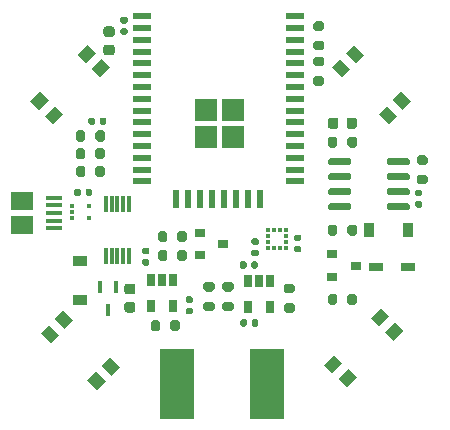
<source format=gtp>
G04 #@! TF.GenerationSoftware,KiCad,Pcbnew,(5.1.10)-1*
G04 #@! TF.CreationDate,2021-08-15T15:57:37-07:00*
G04 #@! TF.ProjectId,esp32-smartwatch,65737033-322d-4736-9d61-727477617463,rev?*
G04 #@! TF.SameCoordinates,Original*
G04 #@! TF.FileFunction,Paste,Top*
G04 #@! TF.FilePolarity,Positive*
%FSLAX46Y46*%
G04 Gerber Fmt 4.6, Leading zero omitted, Abs format (unit mm)*
G04 Created by KiCad (PCBNEW (5.1.10)-1) date 2021-08-15 15:57:37*
%MOMM*%
%LPD*%
G01*
G04 APERTURE LIST*
%ADD10C,0.010000*%
%ADD11C,0.100000*%
%ADD12R,0.300000X1.400000*%
%ADD13R,3.000000X6.000000*%
%ADD14R,0.600000X1.524000*%
%ADD15R,1.524000X0.600000*%
%ADD16R,0.650000X1.060000*%
%ADD17R,0.450000X0.300000*%
%ADD18C,2.000000*%
%ADD19R,0.900000X0.800000*%
%ADD20R,0.457200X1.016000*%
%ADD21R,0.406400X1.016000*%
%ADD22R,1.143000X0.762000*%
%ADD23R,1.900000X1.500000*%
%ADD24R,1.350000X0.400000*%
%ADD25R,0.900000X1.200000*%
%ADD26R,1.200000X0.900000*%
G04 APERTURE END LIST*
D10*
G36*
X172900000Y-90750000D02*
G01*
X173150000Y-90750000D01*
X173150000Y-91050000D01*
X172900000Y-91050000D01*
X172900000Y-90750000D01*
G37*
X172900000Y-90750000D02*
X173150000Y-90750000D01*
X173150000Y-91050000D01*
X172900000Y-91050000D01*
X172900000Y-90750000D01*
G36*
X172900000Y-91250000D02*
G01*
X173150000Y-91250000D01*
X173150000Y-91550000D01*
X172900000Y-91550000D01*
X172900000Y-91250000D01*
G37*
X172900000Y-91250000D02*
X173150000Y-91250000D01*
X173150000Y-91550000D01*
X172900000Y-91550000D01*
X172900000Y-91250000D01*
G36*
X173400000Y-91800000D02*
G01*
X173700000Y-91800000D01*
X173700000Y-92050000D01*
X173400000Y-92050000D01*
X173400000Y-91800000D01*
G37*
X173400000Y-91800000D02*
X173700000Y-91800000D01*
X173700000Y-92050000D01*
X173400000Y-92050000D01*
X173400000Y-91800000D01*
G36*
X173900000Y-91800000D02*
G01*
X174200000Y-91800000D01*
X174200000Y-92050000D01*
X173900000Y-92050000D01*
X173900000Y-91800000D01*
G37*
X173900000Y-91800000D02*
X174200000Y-91800000D01*
X174200000Y-92050000D01*
X173900000Y-92050000D01*
X173900000Y-91800000D01*
G36*
X173900000Y-90250000D02*
G01*
X174200000Y-90250000D01*
X174200000Y-90500000D01*
X173900000Y-90500000D01*
X173900000Y-90250000D01*
G37*
X173900000Y-90250000D02*
X174200000Y-90250000D01*
X174200000Y-90500000D01*
X173900000Y-90500000D01*
X173900000Y-90250000D01*
G36*
X173400000Y-90250000D02*
G01*
X173700000Y-90250000D01*
X173700000Y-90500000D01*
X173400000Y-90500000D01*
X173400000Y-90250000D01*
G37*
X173400000Y-90250000D02*
X173700000Y-90250000D01*
X173700000Y-90500000D01*
X173400000Y-90500000D01*
X173400000Y-90250000D01*
G36*
X174450000Y-90750000D02*
G01*
X174700000Y-90750000D01*
X174700000Y-91050000D01*
X174450000Y-91050000D01*
X174450000Y-90750000D01*
G37*
X174450000Y-90750000D02*
X174700000Y-90750000D01*
X174700000Y-91050000D01*
X174450000Y-91050000D01*
X174450000Y-90750000D01*
G36*
X174450000Y-91250000D02*
G01*
X174700000Y-91250000D01*
X174700000Y-91550000D01*
X174450000Y-91550000D01*
X174450000Y-91250000D01*
G37*
X174450000Y-91250000D02*
X174700000Y-91250000D01*
X174700000Y-91550000D01*
X174450000Y-91550000D01*
X174450000Y-91250000D01*
G36*
X172900000Y-90250000D02*
G01*
X173150000Y-90250000D01*
X173150000Y-90550000D01*
X172900000Y-90550000D01*
X172900000Y-90250000D01*
G37*
X172900000Y-90250000D02*
X173150000Y-90250000D01*
X173150000Y-90550000D01*
X172900000Y-90550000D01*
X172900000Y-90250000D01*
G36*
X172900000Y-91750000D02*
G01*
X173150000Y-91750000D01*
X173150000Y-92050000D01*
X172900000Y-92050000D01*
X172900000Y-91750000D01*
G37*
X172900000Y-91750000D02*
X173150000Y-91750000D01*
X173150000Y-92050000D01*
X172900000Y-92050000D01*
X172900000Y-91750000D01*
G36*
X174450000Y-91750000D02*
G01*
X174700000Y-91750000D01*
X174700000Y-92050000D01*
X174450000Y-92050000D01*
X174450000Y-91750000D01*
G37*
X174450000Y-91750000D02*
X174700000Y-91750000D01*
X174700000Y-92050000D01*
X174450000Y-92050000D01*
X174450000Y-91750000D01*
G36*
X174450000Y-90250000D02*
G01*
X174700000Y-90250000D01*
X174700000Y-90550000D01*
X174450000Y-90550000D01*
X174450000Y-90250000D01*
G37*
X174450000Y-90250000D02*
X174700000Y-90250000D01*
X174700000Y-90550000D01*
X174450000Y-90550000D01*
X174450000Y-90250000D01*
D11*
G36*
X168700000Y-83425000D02*
G01*
X166900000Y-83425000D01*
X166900000Y-81625000D01*
X168700000Y-81625000D01*
X168700000Y-83425000D01*
G37*
X168700000Y-83425000D02*
X166900000Y-83425000D01*
X166900000Y-81625000D01*
X168700000Y-81625000D01*
X168700000Y-83425000D01*
G36*
X171000000Y-83425000D02*
G01*
X169200000Y-83425000D01*
X169200000Y-81625000D01*
X171000000Y-81625000D01*
X171000000Y-83425000D01*
G37*
X171000000Y-83425000D02*
X169200000Y-83425000D01*
X169200000Y-81625000D01*
X171000000Y-81625000D01*
X171000000Y-83425000D01*
G36*
X171000000Y-81125000D02*
G01*
X169200000Y-81125000D01*
X169200000Y-79325000D01*
X171000000Y-79325000D01*
X171000000Y-81125000D01*
G37*
X171000000Y-81125000D02*
X169200000Y-81125000D01*
X169200000Y-79325000D01*
X171000000Y-79325000D01*
X171000000Y-81125000D01*
G36*
X168700000Y-81125000D02*
G01*
X166900000Y-81125000D01*
X166900000Y-79325000D01*
X168700000Y-79325000D01*
X168700000Y-81125000D01*
G37*
X168700000Y-81125000D02*
X166900000Y-81125000D01*
X166900000Y-79325000D01*
X168700000Y-79325000D01*
X168700000Y-81125000D01*
G36*
G01*
X172170000Y-91700000D02*
X171830000Y-91700000D01*
G75*
G02*
X171690000Y-91560000I0J140000D01*
G01*
X171690000Y-91280000D01*
G75*
G02*
X171830000Y-91140000I140000J0D01*
G01*
X172170000Y-91140000D01*
G75*
G02*
X172310000Y-91280000I0J-140000D01*
G01*
X172310000Y-91560000D01*
G75*
G02*
X172170000Y-91700000I-140000J0D01*
G01*
G37*
G36*
G01*
X172170000Y-92660000D02*
X171830000Y-92660000D01*
G75*
G02*
X171690000Y-92520000I0J140000D01*
G01*
X171690000Y-92240000D01*
G75*
G02*
X171830000Y-92100000I140000J0D01*
G01*
X172170000Y-92100000D01*
G75*
G02*
X172310000Y-92240000I0J-140000D01*
G01*
X172310000Y-92520000D01*
G75*
G02*
X172170000Y-92660000I-140000J0D01*
G01*
G37*
D12*
X161350000Y-92650000D03*
X160850000Y-92650000D03*
X160350000Y-92650000D03*
X159850000Y-92650000D03*
X159350000Y-92650000D03*
X159350000Y-88250000D03*
X159850000Y-88250000D03*
X160350000Y-88250000D03*
X160850000Y-88250000D03*
X161350000Y-88250000D03*
D13*
X173045000Y-103500000D03*
X165425000Y-103500000D03*
D14*
X172456000Y-87825000D03*
X171440000Y-87825000D03*
X170424000Y-87825000D03*
X169408000Y-87825000D03*
X168392000Y-87825000D03*
X167376000Y-87825000D03*
X166360000Y-87825000D03*
X165344000Y-87825000D03*
D15*
X175400000Y-78325000D03*
X175400000Y-72325000D03*
X175400000Y-81325000D03*
X175400000Y-80325000D03*
X175400000Y-73325000D03*
X175400000Y-74325000D03*
X175400000Y-75325000D03*
X175400000Y-76325000D03*
X175400000Y-86325000D03*
X175400000Y-85325000D03*
X175400000Y-79325000D03*
X175400000Y-83325000D03*
X175400000Y-77325000D03*
X175400000Y-82325000D03*
X175400000Y-84325000D03*
X162400000Y-72325000D03*
X162400000Y-73325000D03*
X162400000Y-74325000D03*
X162400000Y-75325000D03*
X162400000Y-76325000D03*
X162400000Y-77325000D03*
X162400000Y-78325000D03*
X162400000Y-79325000D03*
X162400000Y-80325000D03*
X162400000Y-81325000D03*
X162400000Y-82325000D03*
X162400000Y-83325000D03*
X162400000Y-84325000D03*
X162400000Y-85325000D03*
X162400000Y-86325000D03*
D16*
X173300000Y-96950000D03*
X171400000Y-96950000D03*
X171400000Y-94750000D03*
X172350000Y-94750000D03*
X173300000Y-94750000D03*
G36*
G01*
X180150000Y-88305000D02*
X180150000Y-88605000D01*
G75*
G02*
X180000000Y-88755000I-150000J0D01*
G01*
X178350000Y-88755000D01*
G75*
G02*
X178200000Y-88605000I0J150000D01*
G01*
X178200000Y-88305000D01*
G75*
G02*
X178350000Y-88155000I150000J0D01*
G01*
X180000000Y-88155000D01*
G75*
G02*
X180150000Y-88305000I0J-150000D01*
G01*
G37*
G36*
G01*
X180150000Y-87035000D02*
X180150000Y-87335000D01*
G75*
G02*
X180000000Y-87485000I-150000J0D01*
G01*
X178350000Y-87485000D01*
G75*
G02*
X178200000Y-87335000I0J150000D01*
G01*
X178200000Y-87035000D01*
G75*
G02*
X178350000Y-86885000I150000J0D01*
G01*
X180000000Y-86885000D01*
G75*
G02*
X180150000Y-87035000I0J-150000D01*
G01*
G37*
G36*
G01*
X180150000Y-85765000D02*
X180150000Y-86065000D01*
G75*
G02*
X180000000Y-86215000I-150000J0D01*
G01*
X178350000Y-86215000D01*
G75*
G02*
X178200000Y-86065000I0J150000D01*
G01*
X178200000Y-85765000D01*
G75*
G02*
X178350000Y-85615000I150000J0D01*
G01*
X180000000Y-85615000D01*
G75*
G02*
X180150000Y-85765000I0J-150000D01*
G01*
G37*
G36*
G01*
X180150000Y-84495000D02*
X180150000Y-84795000D01*
G75*
G02*
X180000000Y-84945000I-150000J0D01*
G01*
X178350000Y-84945000D01*
G75*
G02*
X178200000Y-84795000I0J150000D01*
G01*
X178200000Y-84495000D01*
G75*
G02*
X178350000Y-84345000I150000J0D01*
G01*
X180000000Y-84345000D01*
G75*
G02*
X180150000Y-84495000I0J-150000D01*
G01*
G37*
G36*
G01*
X185100000Y-84495000D02*
X185100000Y-84795000D01*
G75*
G02*
X184950000Y-84945000I-150000J0D01*
G01*
X183300000Y-84945000D01*
G75*
G02*
X183150000Y-84795000I0J150000D01*
G01*
X183150000Y-84495000D01*
G75*
G02*
X183300000Y-84345000I150000J0D01*
G01*
X184950000Y-84345000D01*
G75*
G02*
X185100000Y-84495000I0J-150000D01*
G01*
G37*
G36*
G01*
X185100000Y-85765000D02*
X185100000Y-86065000D01*
G75*
G02*
X184950000Y-86215000I-150000J0D01*
G01*
X183300000Y-86215000D01*
G75*
G02*
X183150000Y-86065000I0J150000D01*
G01*
X183150000Y-85765000D01*
G75*
G02*
X183300000Y-85615000I150000J0D01*
G01*
X184950000Y-85615000D01*
G75*
G02*
X185100000Y-85765000I0J-150000D01*
G01*
G37*
G36*
G01*
X185100000Y-87035000D02*
X185100000Y-87335000D01*
G75*
G02*
X184950000Y-87485000I-150000J0D01*
G01*
X183300000Y-87485000D01*
G75*
G02*
X183150000Y-87335000I0J150000D01*
G01*
X183150000Y-87035000D01*
G75*
G02*
X183300000Y-86885000I150000J0D01*
G01*
X184950000Y-86885000D01*
G75*
G02*
X185100000Y-87035000I0J-150000D01*
G01*
G37*
G36*
G01*
X185100000Y-88305000D02*
X185100000Y-88605000D01*
G75*
G02*
X184950000Y-88755000I-150000J0D01*
G01*
X183300000Y-88755000D01*
G75*
G02*
X183150000Y-88605000I0J150000D01*
G01*
X183150000Y-88305000D01*
G75*
G02*
X183300000Y-88155000I150000J0D01*
G01*
X184950000Y-88155000D01*
G75*
G02*
X185100000Y-88305000I0J-150000D01*
G01*
G37*
X165050000Y-96900000D03*
X163150000Y-96900000D03*
X163150000Y-94700000D03*
X164100000Y-94700000D03*
X165050000Y-94700000D03*
D17*
X157900000Y-89400000D03*
X156500000Y-88900000D03*
X157900000Y-88400000D03*
X156500000Y-89400000D03*
X156500000Y-88400000D03*
D18*
G36*
X153826771Y-78706041D02*
G01*
X154533877Y-79413147D01*
X153685349Y-80261675D01*
X152978243Y-79554569D01*
X153826771Y-78706041D01*
G37*
G36*
X155028853Y-79908123D02*
G01*
X155735959Y-80615229D01*
X154887431Y-81463757D01*
X154180325Y-80756651D01*
X155028853Y-79908123D01*
G37*
G36*
X158988651Y-75948325D02*
G01*
X159695757Y-76655431D01*
X158847229Y-77503959D01*
X158140123Y-76796853D01*
X158988651Y-75948325D01*
G37*
G36*
X157786569Y-74746243D02*
G01*
X158493675Y-75453349D01*
X157645147Y-76301877D01*
X156938041Y-75594771D01*
X157786569Y-74746243D01*
G37*
G36*
G01*
X179825000Y-96575000D02*
X179825000Y-96025000D01*
G75*
G02*
X180025000Y-95825000I200000J0D01*
G01*
X180425000Y-95825000D01*
G75*
G02*
X180625000Y-96025000I0J-200000D01*
G01*
X180625000Y-96575000D01*
G75*
G02*
X180425000Y-96775000I-200000J0D01*
G01*
X180025000Y-96775000D01*
G75*
G02*
X179825000Y-96575000I0J200000D01*
G01*
G37*
G36*
G01*
X178175000Y-96575000D02*
X178175000Y-96025000D01*
G75*
G02*
X178375000Y-95825000I200000J0D01*
G01*
X178775000Y-95825000D01*
G75*
G02*
X178975000Y-96025000I0J-200000D01*
G01*
X178975000Y-96575000D01*
G75*
G02*
X178775000Y-96775000I-200000J0D01*
G01*
X178375000Y-96775000D01*
G75*
G02*
X178175000Y-96575000I0J200000D01*
G01*
G37*
G36*
G01*
X165425000Y-92875000D02*
X165425000Y-92325000D01*
G75*
G02*
X165625000Y-92125000I200000J0D01*
G01*
X166025000Y-92125000D01*
G75*
G02*
X166225000Y-92325000I0J-200000D01*
G01*
X166225000Y-92875000D01*
G75*
G02*
X166025000Y-93075000I-200000J0D01*
G01*
X165625000Y-93075000D01*
G75*
G02*
X165425000Y-92875000I0J200000D01*
G01*
G37*
G36*
G01*
X163775000Y-92875000D02*
X163775000Y-92325000D01*
G75*
G02*
X163975000Y-92125000I200000J0D01*
G01*
X164375000Y-92125000D01*
G75*
G02*
X164575000Y-92325000I0J-200000D01*
G01*
X164575000Y-92875000D01*
G75*
G02*
X164375000Y-93075000I-200000J0D01*
G01*
X163975000Y-93075000D01*
G75*
G02*
X163775000Y-92875000I0J200000D01*
G01*
G37*
G36*
G01*
X186425000Y-84925000D02*
X185875000Y-84925000D01*
G75*
G02*
X185675000Y-84725000I0J200000D01*
G01*
X185675000Y-84325000D01*
G75*
G02*
X185875000Y-84125000I200000J0D01*
G01*
X186425000Y-84125000D01*
G75*
G02*
X186625000Y-84325000I0J-200000D01*
G01*
X186625000Y-84725000D01*
G75*
G02*
X186425000Y-84925000I-200000J0D01*
G01*
G37*
G36*
G01*
X186425000Y-86575000D02*
X185875000Y-86575000D01*
G75*
G02*
X185675000Y-86375000I0J200000D01*
G01*
X185675000Y-85975000D01*
G75*
G02*
X185875000Y-85775000I200000J0D01*
G01*
X186425000Y-85775000D01*
G75*
G02*
X186625000Y-85975000I0J-200000D01*
G01*
X186625000Y-86375000D01*
G75*
G02*
X186425000Y-86575000I-200000J0D01*
G01*
G37*
G36*
G01*
X158482000Y-82750500D02*
X158482000Y-82200500D01*
G75*
G02*
X158682000Y-82000500I200000J0D01*
G01*
X159082000Y-82000500D01*
G75*
G02*
X159282000Y-82200500I0J-200000D01*
G01*
X159282000Y-82750500D01*
G75*
G02*
X159082000Y-82950500I-200000J0D01*
G01*
X158682000Y-82950500D01*
G75*
G02*
X158482000Y-82750500I0J200000D01*
G01*
G37*
G36*
G01*
X156832000Y-82750500D02*
X156832000Y-82200500D01*
G75*
G02*
X157032000Y-82000500I200000J0D01*
G01*
X157432000Y-82000500D01*
G75*
G02*
X157632000Y-82200500I0J-200000D01*
G01*
X157632000Y-82750500D01*
G75*
G02*
X157432000Y-82950500I-200000J0D01*
G01*
X157032000Y-82950500D01*
G75*
G02*
X156832000Y-82750500I0J200000D01*
G01*
G37*
G36*
G01*
X179825000Y-90725000D02*
X179825000Y-90175000D01*
G75*
G02*
X180025000Y-89975000I200000J0D01*
G01*
X180425000Y-89975000D01*
G75*
G02*
X180625000Y-90175000I0J-200000D01*
G01*
X180625000Y-90725000D01*
G75*
G02*
X180425000Y-90925000I-200000J0D01*
G01*
X180025000Y-90925000D01*
G75*
G02*
X179825000Y-90725000I0J200000D01*
G01*
G37*
G36*
G01*
X178175000Y-90725000D02*
X178175000Y-90175000D01*
G75*
G02*
X178375000Y-89975000I200000J0D01*
G01*
X178775000Y-89975000D01*
G75*
G02*
X178975000Y-90175000I0J-200000D01*
G01*
X178975000Y-90725000D01*
G75*
G02*
X178775000Y-90925000I-200000J0D01*
G01*
X178375000Y-90925000D01*
G75*
G02*
X178175000Y-90725000I0J200000D01*
G01*
G37*
G36*
G01*
X164827000Y-98827000D02*
X164827000Y-98277000D01*
G75*
G02*
X165027000Y-98077000I200000J0D01*
G01*
X165427000Y-98077000D01*
G75*
G02*
X165627000Y-98277000I0J-200000D01*
G01*
X165627000Y-98827000D01*
G75*
G02*
X165427000Y-99027000I-200000J0D01*
G01*
X165027000Y-99027000D01*
G75*
G02*
X164827000Y-98827000I0J200000D01*
G01*
G37*
G36*
G01*
X163177000Y-98827000D02*
X163177000Y-98277000D01*
G75*
G02*
X163377000Y-98077000I200000J0D01*
G01*
X163777000Y-98077000D01*
G75*
G02*
X163977000Y-98277000I0J-200000D01*
G01*
X163977000Y-98827000D01*
G75*
G02*
X163777000Y-99027000I-200000J0D01*
G01*
X163377000Y-99027000D01*
G75*
G02*
X163177000Y-98827000I0J200000D01*
G01*
G37*
G36*
G01*
X165425000Y-91275000D02*
X165425000Y-90725000D01*
G75*
G02*
X165625000Y-90525000I200000J0D01*
G01*
X166025000Y-90525000D01*
G75*
G02*
X166225000Y-90725000I0J-200000D01*
G01*
X166225000Y-91275000D01*
G75*
G02*
X166025000Y-91475000I-200000J0D01*
G01*
X165625000Y-91475000D01*
G75*
G02*
X165425000Y-91275000I0J200000D01*
G01*
G37*
G36*
G01*
X163775000Y-91275000D02*
X163775000Y-90725000D01*
G75*
G02*
X163975000Y-90525000I200000J0D01*
G01*
X164375000Y-90525000D01*
G75*
G02*
X164575000Y-90725000I0J-200000D01*
G01*
X164575000Y-91275000D01*
G75*
G02*
X164375000Y-91475000I-200000J0D01*
G01*
X163975000Y-91475000D01*
G75*
G02*
X163775000Y-91275000I0J200000D01*
G01*
G37*
G36*
G01*
X178975000Y-82725000D02*
X178975000Y-83275000D01*
G75*
G02*
X178775000Y-83475000I-200000J0D01*
G01*
X178375000Y-83475000D01*
G75*
G02*
X178175000Y-83275000I0J200000D01*
G01*
X178175000Y-82725000D01*
G75*
G02*
X178375000Y-82525000I200000J0D01*
G01*
X178775000Y-82525000D01*
G75*
G02*
X178975000Y-82725000I0J-200000D01*
G01*
G37*
G36*
G01*
X180625000Y-82725000D02*
X180625000Y-83275000D01*
G75*
G02*
X180425000Y-83475000I-200000J0D01*
G01*
X180025000Y-83475000D01*
G75*
G02*
X179825000Y-83275000I0J200000D01*
G01*
X179825000Y-82725000D01*
G75*
G02*
X180025000Y-82525000I200000J0D01*
G01*
X180425000Y-82525000D01*
G75*
G02*
X180625000Y-82725000I0J-200000D01*
G01*
G37*
G36*
G01*
X167825000Y-96500000D02*
X168375000Y-96500000D01*
G75*
G02*
X168575000Y-96700000I0J-200000D01*
G01*
X168575000Y-97100000D01*
G75*
G02*
X168375000Y-97300000I-200000J0D01*
G01*
X167825000Y-97300000D01*
G75*
G02*
X167625000Y-97100000I0J200000D01*
G01*
X167625000Y-96700000D01*
G75*
G02*
X167825000Y-96500000I200000J0D01*
G01*
G37*
G36*
G01*
X167825000Y-94850000D02*
X168375000Y-94850000D01*
G75*
G02*
X168575000Y-95050000I0J-200000D01*
G01*
X168575000Y-95450000D01*
G75*
G02*
X168375000Y-95650000I-200000J0D01*
G01*
X167825000Y-95650000D01*
G75*
G02*
X167625000Y-95450000I0J200000D01*
G01*
X167625000Y-95050000D01*
G75*
G02*
X167825000Y-94850000I200000J0D01*
G01*
G37*
G36*
G01*
X169975000Y-95650000D02*
X169425000Y-95650000D01*
G75*
G02*
X169225000Y-95450000I0J200000D01*
G01*
X169225000Y-95050000D01*
G75*
G02*
X169425000Y-94850000I200000J0D01*
G01*
X169975000Y-94850000D01*
G75*
G02*
X170175000Y-95050000I0J-200000D01*
G01*
X170175000Y-95450000D01*
G75*
G02*
X169975000Y-95650000I-200000J0D01*
G01*
G37*
G36*
G01*
X169975000Y-97300000D02*
X169425000Y-97300000D01*
G75*
G02*
X169225000Y-97100000I0J200000D01*
G01*
X169225000Y-96700000D01*
G75*
G02*
X169425000Y-96500000I200000J0D01*
G01*
X169975000Y-96500000D01*
G75*
G02*
X170175000Y-96700000I0J-200000D01*
G01*
X170175000Y-97100000D01*
G75*
G02*
X169975000Y-97300000I-200000J0D01*
G01*
G37*
G36*
G01*
X175175000Y-95800000D02*
X174625000Y-95800000D01*
G75*
G02*
X174425000Y-95600000I0J200000D01*
G01*
X174425000Y-95200000D01*
G75*
G02*
X174625000Y-95000000I200000J0D01*
G01*
X175175000Y-95000000D01*
G75*
G02*
X175375000Y-95200000I0J-200000D01*
G01*
X175375000Y-95600000D01*
G75*
G02*
X175175000Y-95800000I-200000J0D01*
G01*
G37*
G36*
G01*
X175175000Y-97450000D02*
X174625000Y-97450000D01*
G75*
G02*
X174425000Y-97250000I0J200000D01*
G01*
X174425000Y-96850000D01*
G75*
G02*
X174625000Y-96650000I200000J0D01*
G01*
X175175000Y-96650000D01*
G75*
G02*
X175375000Y-96850000I0J-200000D01*
G01*
X175375000Y-97250000D01*
G75*
G02*
X175175000Y-97450000I-200000J0D01*
G01*
G37*
G36*
G01*
X158482000Y-84250500D02*
X158482000Y-83700500D01*
G75*
G02*
X158682000Y-83500500I200000J0D01*
G01*
X159082000Y-83500500D01*
G75*
G02*
X159282000Y-83700500I0J-200000D01*
G01*
X159282000Y-84250500D01*
G75*
G02*
X159082000Y-84450500I-200000J0D01*
G01*
X158682000Y-84450500D01*
G75*
G02*
X158482000Y-84250500I0J200000D01*
G01*
G37*
G36*
G01*
X156832000Y-84250500D02*
X156832000Y-83700500D01*
G75*
G02*
X157032000Y-83500500I200000J0D01*
G01*
X157432000Y-83500500D01*
G75*
G02*
X157632000Y-83700500I0J-200000D01*
G01*
X157632000Y-84250500D01*
G75*
G02*
X157432000Y-84450500I-200000J0D01*
G01*
X157032000Y-84450500D01*
G75*
G02*
X156832000Y-84250500I0J200000D01*
G01*
G37*
G36*
G01*
X158482000Y-85750500D02*
X158482000Y-85200500D01*
G75*
G02*
X158682000Y-85000500I200000J0D01*
G01*
X159082000Y-85000500D01*
G75*
G02*
X159282000Y-85200500I0J-200000D01*
G01*
X159282000Y-85750500D01*
G75*
G02*
X159082000Y-85950500I-200000J0D01*
G01*
X158682000Y-85950500D01*
G75*
G02*
X158482000Y-85750500I0J200000D01*
G01*
G37*
G36*
G01*
X156832000Y-85750500D02*
X156832000Y-85200500D01*
G75*
G02*
X157032000Y-85000500I200000J0D01*
G01*
X157432000Y-85000500D01*
G75*
G02*
X157632000Y-85200500I0J-200000D01*
G01*
X157632000Y-85750500D01*
G75*
G02*
X157432000Y-85950500I-200000J0D01*
G01*
X157032000Y-85950500D01*
G75*
G02*
X156832000Y-85750500I0J200000D01*
G01*
G37*
G36*
G01*
X177125000Y-74425000D02*
X177675000Y-74425000D01*
G75*
G02*
X177875000Y-74625000I0J-200000D01*
G01*
X177875000Y-75025000D01*
G75*
G02*
X177675000Y-75225000I-200000J0D01*
G01*
X177125000Y-75225000D01*
G75*
G02*
X176925000Y-75025000I0J200000D01*
G01*
X176925000Y-74625000D01*
G75*
G02*
X177125000Y-74425000I200000J0D01*
G01*
G37*
G36*
G01*
X177125000Y-72775000D02*
X177675000Y-72775000D01*
G75*
G02*
X177875000Y-72975000I0J-200000D01*
G01*
X177875000Y-73375000D01*
G75*
G02*
X177675000Y-73575000I-200000J0D01*
G01*
X177125000Y-73575000D01*
G75*
G02*
X176925000Y-73375000I0J200000D01*
G01*
X176925000Y-72975000D01*
G75*
G02*
X177125000Y-72775000I200000J0D01*
G01*
G37*
G36*
G01*
X177125000Y-77425000D02*
X177675000Y-77425000D01*
G75*
G02*
X177875000Y-77625000I0J-200000D01*
G01*
X177875000Y-78025000D01*
G75*
G02*
X177675000Y-78225000I-200000J0D01*
G01*
X177125000Y-78225000D01*
G75*
G02*
X176925000Y-78025000I0J200000D01*
G01*
X176925000Y-77625000D01*
G75*
G02*
X177125000Y-77425000I200000J0D01*
G01*
G37*
G36*
G01*
X177125000Y-75775000D02*
X177675000Y-75775000D01*
G75*
G02*
X177875000Y-75975000I0J-200000D01*
G01*
X177875000Y-76375000D01*
G75*
G02*
X177675000Y-76575000I-200000J0D01*
G01*
X177125000Y-76575000D01*
G75*
G02*
X176925000Y-76375000I0J200000D01*
G01*
X176925000Y-75975000D01*
G75*
G02*
X177125000Y-75775000I200000J0D01*
G01*
G37*
D19*
X180550000Y-93450000D03*
X178550000Y-94400000D03*
X178550000Y-92500000D03*
X169300000Y-91600000D03*
X167300000Y-92550000D03*
X167300000Y-90650000D03*
D20*
X160223200Y-95300800D03*
X158902400Y-95300800D03*
D21*
X159562800Y-97231200D03*
D22*
X184917000Y-93600000D03*
X182250000Y-93600000D03*
D23*
X152262500Y-88000000D03*
D24*
X154962500Y-89000000D03*
X154962500Y-89650000D03*
X154962500Y-90300000D03*
X154962500Y-87700000D03*
X154962500Y-88350000D03*
D23*
X152262500Y-90000000D03*
D25*
X184950000Y-90450000D03*
X181650000Y-90450000D03*
G36*
G01*
X179050000Y-81143750D02*
X179050000Y-81656250D01*
G75*
G02*
X178831250Y-81875000I-218750J0D01*
G01*
X178393750Y-81875000D01*
G75*
G02*
X178175000Y-81656250I0J218750D01*
G01*
X178175000Y-81143750D01*
G75*
G02*
X178393750Y-80925000I218750J0D01*
G01*
X178831250Y-80925000D01*
G75*
G02*
X179050000Y-81143750I0J-218750D01*
G01*
G37*
G36*
G01*
X180625000Y-81143750D02*
X180625000Y-81656250D01*
G75*
G02*
X180406250Y-81875000I-218750J0D01*
G01*
X179968750Y-81875000D01*
G75*
G02*
X179750000Y-81656250I0J218750D01*
G01*
X179750000Y-81143750D01*
G75*
G02*
X179968750Y-80925000I218750J0D01*
G01*
X180406250Y-80925000D01*
G75*
G02*
X180625000Y-81143750I0J-218750D01*
G01*
G37*
D26*
X157200000Y-93050000D03*
X157200000Y-96350000D03*
G36*
G01*
X171680000Y-93570000D02*
X171680000Y-93230000D01*
G75*
G02*
X171820000Y-93090000I140000J0D01*
G01*
X172100000Y-93090000D01*
G75*
G02*
X172240000Y-93230000I0J-140000D01*
G01*
X172240000Y-93570000D01*
G75*
G02*
X172100000Y-93710000I-140000J0D01*
G01*
X171820000Y-93710000D01*
G75*
G02*
X171680000Y-93570000I0J140000D01*
G01*
G37*
G36*
G01*
X170720000Y-93570000D02*
X170720000Y-93230000D01*
G75*
G02*
X170860000Y-93090000I140000J0D01*
G01*
X171140000Y-93090000D01*
G75*
G02*
X171280000Y-93230000I0J-140000D01*
G01*
X171280000Y-93570000D01*
G75*
G02*
X171140000Y-93710000I-140000J0D01*
G01*
X170860000Y-93710000D01*
G75*
G02*
X170720000Y-93570000I0J140000D01*
G01*
G37*
G36*
G01*
X171720000Y-98470000D02*
X171720000Y-98130000D01*
G75*
G02*
X171860000Y-97990000I140000J0D01*
G01*
X172140000Y-97990000D01*
G75*
G02*
X172280000Y-98130000I0J-140000D01*
G01*
X172280000Y-98470000D01*
G75*
G02*
X172140000Y-98610000I-140000J0D01*
G01*
X171860000Y-98610000D01*
G75*
G02*
X171720000Y-98470000I0J140000D01*
G01*
G37*
G36*
G01*
X170760000Y-98470000D02*
X170760000Y-98130000D01*
G75*
G02*
X170900000Y-97990000I140000J0D01*
G01*
X171180000Y-97990000D01*
G75*
G02*
X171320000Y-98130000I0J-140000D01*
G01*
X171320000Y-98470000D01*
G75*
G02*
X171180000Y-98610000I-140000J0D01*
G01*
X170900000Y-98610000D01*
G75*
G02*
X170760000Y-98470000I0J140000D01*
G01*
G37*
G36*
G01*
X158451000Y-81055500D02*
X158451000Y-81395500D01*
G75*
G02*
X158311000Y-81535500I-140000J0D01*
G01*
X158031000Y-81535500D01*
G75*
G02*
X157891000Y-81395500I0J140000D01*
G01*
X157891000Y-81055500D01*
G75*
G02*
X158031000Y-80915500I140000J0D01*
G01*
X158311000Y-80915500D01*
G75*
G02*
X158451000Y-81055500I0J-140000D01*
G01*
G37*
G36*
G01*
X159411000Y-81055500D02*
X159411000Y-81395500D01*
G75*
G02*
X159271000Y-81535500I-140000J0D01*
G01*
X158991000Y-81535500D01*
G75*
G02*
X158851000Y-81395500I0J140000D01*
G01*
X158851000Y-81055500D01*
G75*
G02*
X158991000Y-80915500I140000J0D01*
G01*
X159271000Y-80915500D01*
G75*
G02*
X159411000Y-81055500I0J-140000D01*
G01*
G37*
G36*
G01*
X161079000Y-72952000D02*
X160739000Y-72952000D01*
G75*
G02*
X160599000Y-72812000I0J140000D01*
G01*
X160599000Y-72532000D01*
G75*
G02*
X160739000Y-72392000I140000J0D01*
G01*
X161079000Y-72392000D01*
G75*
G02*
X161219000Y-72532000I0J-140000D01*
G01*
X161219000Y-72812000D01*
G75*
G02*
X161079000Y-72952000I-140000J0D01*
G01*
G37*
G36*
G01*
X161079000Y-73912000D02*
X160739000Y-73912000D01*
G75*
G02*
X160599000Y-73772000I0J140000D01*
G01*
X160599000Y-73492000D01*
G75*
G02*
X160739000Y-73352000I140000J0D01*
G01*
X161079000Y-73352000D01*
G75*
G02*
X161219000Y-73492000I0J-140000D01*
G01*
X161219000Y-73772000D01*
G75*
G02*
X161079000Y-73912000I-140000J0D01*
G01*
G37*
G36*
G01*
X159889000Y-74097000D02*
X159389000Y-74097000D01*
G75*
G02*
X159164000Y-73872000I0J225000D01*
G01*
X159164000Y-73422000D01*
G75*
G02*
X159389000Y-73197000I225000J0D01*
G01*
X159889000Y-73197000D01*
G75*
G02*
X160114000Y-73422000I0J-225000D01*
G01*
X160114000Y-73872000D01*
G75*
G02*
X159889000Y-74097000I-225000J0D01*
G01*
G37*
G36*
G01*
X159889000Y-75647000D02*
X159389000Y-75647000D01*
G75*
G02*
X159164000Y-75422000I0J225000D01*
G01*
X159164000Y-74972000D01*
G75*
G02*
X159389000Y-74747000I225000J0D01*
G01*
X159889000Y-74747000D01*
G75*
G02*
X160114000Y-74972000I0J-225000D01*
G01*
X160114000Y-75422000D01*
G75*
G02*
X159889000Y-75647000I-225000J0D01*
G01*
G37*
G36*
G01*
X175770000Y-91380000D02*
X175430000Y-91380000D01*
G75*
G02*
X175290000Y-91240000I0J140000D01*
G01*
X175290000Y-90960000D01*
G75*
G02*
X175430000Y-90820000I140000J0D01*
G01*
X175770000Y-90820000D01*
G75*
G02*
X175910000Y-90960000I0J-140000D01*
G01*
X175910000Y-91240000D01*
G75*
G02*
X175770000Y-91380000I-140000J0D01*
G01*
G37*
G36*
G01*
X175770000Y-92340000D02*
X175430000Y-92340000D01*
G75*
G02*
X175290000Y-92200000I0J140000D01*
G01*
X175290000Y-91920000D01*
G75*
G02*
X175430000Y-91780000I140000J0D01*
G01*
X175770000Y-91780000D01*
G75*
G02*
X175910000Y-91920000I0J-140000D01*
G01*
X175910000Y-92200000D01*
G75*
G02*
X175770000Y-92340000I-140000J0D01*
G01*
G37*
G36*
G01*
X162920000Y-92500000D02*
X162580000Y-92500000D01*
G75*
G02*
X162440000Y-92360000I0J140000D01*
G01*
X162440000Y-92080000D01*
G75*
G02*
X162580000Y-91940000I140000J0D01*
G01*
X162920000Y-91940000D01*
G75*
G02*
X163060000Y-92080000I0J-140000D01*
G01*
X163060000Y-92360000D01*
G75*
G02*
X162920000Y-92500000I-140000J0D01*
G01*
G37*
G36*
G01*
X162920000Y-93460000D02*
X162580000Y-93460000D01*
G75*
G02*
X162440000Y-93320000I0J140000D01*
G01*
X162440000Y-93040000D01*
G75*
G02*
X162580000Y-92900000I140000J0D01*
G01*
X162920000Y-92900000D01*
G75*
G02*
X163060000Y-93040000I0J-140000D01*
G01*
X163060000Y-93320000D01*
G75*
G02*
X162920000Y-93460000I-140000J0D01*
G01*
G37*
G36*
G01*
X166603500Y-96620000D02*
X166263500Y-96620000D01*
G75*
G02*
X166123500Y-96480000I0J140000D01*
G01*
X166123500Y-96200000D01*
G75*
G02*
X166263500Y-96060000I140000J0D01*
G01*
X166603500Y-96060000D01*
G75*
G02*
X166743500Y-96200000I0J-140000D01*
G01*
X166743500Y-96480000D01*
G75*
G02*
X166603500Y-96620000I-140000J0D01*
G01*
G37*
G36*
G01*
X166603500Y-97580000D02*
X166263500Y-97580000D01*
G75*
G02*
X166123500Y-97440000I0J140000D01*
G01*
X166123500Y-97160000D01*
G75*
G02*
X166263500Y-97020000I140000J0D01*
G01*
X166603500Y-97020000D01*
G75*
G02*
X166743500Y-97160000I0J-140000D01*
G01*
X166743500Y-97440000D01*
G75*
G02*
X166603500Y-97580000I-140000J0D01*
G01*
G37*
G36*
G01*
X185680000Y-87980000D02*
X186020000Y-87980000D01*
G75*
G02*
X186160000Y-88120000I0J-140000D01*
G01*
X186160000Y-88400000D01*
G75*
G02*
X186020000Y-88540000I-140000J0D01*
G01*
X185680000Y-88540000D01*
G75*
G02*
X185540000Y-88400000I0J140000D01*
G01*
X185540000Y-88120000D01*
G75*
G02*
X185680000Y-87980000I140000J0D01*
G01*
G37*
G36*
G01*
X185680000Y-87020000D02*
X186020000Y-87020000D01*
G75*
G02*
X186160000Y-87160000I0J-140000D01*
G01*
X186160000Y-87440000D01*
G75*
G02*
X186020000Y-87580000I-140000J0D01*
G01*
X185680000Y-87580000D01*
G75*
G02*
X185540000Y-87440000I0J140000D01*
G01*
X185540000Y-87160000D01*
G75*
G02*
X185680000Y-87020000I140000J0D01*
G01*
G37*
G36*
G01*
X161150000Y-96525000D02*
X161650000Y-96525000D01*
G75*
G02*
X161875000Y-96750000I0J-225000D01*
G01*
X161875000Y-97200000D01*
G75*
G02*
X161650000Y-97425000I-225000J0D01*
G01*
X161150000Y-97425000D01*
G75*
G02*
X160925000Y-97200000I0J225000D01*
G01*
X160925000Y-96750000D01*
G75*
G02*
X161150000Y-96525000I225000J0D01*
G01*
G37*
G36*
G01*
X161150000Y-94975000D02*
X161650000Y-94975000D01*
G75*
G02*
X161875000Y-95200000I0J-225000D01*
G01*
X161875000Y-95650000D01*
G75*
G02*
X161650000Y-95875000I-225000J0D01*
G01*
X161150000Y-95875000D01*
G75*
G02*
X160925000Y-95650000I0J225000D01*
G01*
X160925000Y-95200000D01*
G75*
G02*
X161150000Y-94975000I225000J0D01*
G01*
G37*
G36*
G01*
X157250000Y-87080000D02*
X157250000Y-87420000D01*
G75*
G02*
X157110000Y-87560000I-140000J0D01*
G01*
X156830000Y-87560000D01*
G75*
G02*
X156690000Y-87420000I0J140000D01*
G01*
X156690000Y-87080000D01*
G75*
G02*
X156830000Y-86940000I140000J0D01*
G01*
X157110000Y-86940000D01*
G75*
G02*
X157250000Y-87080000I0J-140000D01*
G01*
G37*
G36*
G01*
X158210000Y-87080000D02*
X158210000Y-87420000D01*
G75*
G02*
X158070000Y-87560000I-140000J0D01*
G01*
X157790000Y-87560000D01*
G75*
G02*
X157650000Y-87420000I0J140000D01*
G01*
X157650000Y-87080000D01*
G75*
G02*
X157790000Y-86940000I140000J0D01*
G01*
X158070000Y-86940000D01*
G75*
G02*
X158210000Y-87080000I0J-140000D01*
G01*
G37*
D18*
G36*
X183710229Y-99798959D02*
G01*
X183003123Y-99091853D01*
X183851651Y-98243325D01*
X184558757Y-98950431D01*
X183710229Y-99798959D01*
G37*
G36*
X182508147Y-98596877D02*
G01*
X181801041Y-97889771D01*
X182649569Y-97041243D01*
X183356675Y-97748349D01*
X182508147Y-98596877D01*
G37*
G36*
X178548349Y-102556675D02*
G01*
X177841243Y-101849569D01*
X178689771Y-101001041D01*
X179396877Y-101708147D01*
X178548349Y-102556675D01*
G37*
G36*
X179750431Y-103758757D02*
G01*
X179043325Y-103051651D01*
X179891853Y-102203123D01*
X180598959Y-102910229D01*
X179750431Y-103758757D01*
G37*
G36*
X185222757Y-79554569D02*
G01*
X184515651Y-80261675D01*
X183667123Y-79413147D01*
X184374229Y-78706041D01*
X185222757Y-79554569D01*
G37*
G36*
X184020675Y-80756651D02*
G01*
X183313569Y-81463757D01*
X182465041Y-80615229D01*
X183172147Y-79908123D01*
X184020675Y-80756651D01*
G37*
G36*
X180060877Y-76796853D02*
G01*
X179353771Y-77503959D01*
X178505243Y-76655431D01*
X179212349Y-75948325D01*
X180060877Y-76796853D01*
G37*
G36*
X181262959Y-75594771D02*
G01*
X180555853Y-76301877D01*
X179707325Y-75453349D01*
X180414431Y-74746243D01*
X181262959Y-75594771D01*
G37*
G36*
X157801041Y-103110229D02*
G01*
X158508147Y-102403123D01*
X159356675Y-103251651D01*
X158649569Y-103958757D01*
X157801041Y-103110229D01*
G37*
G36*
X159003123Y-101908147D02*
G01*
X159710229Y-101201041D01*
X160558757Y-102049569D01*
X159851651Y-102756675D01*
X159003123Y-101908147D01*
G37*
G36*
X155043325Y-97948349D02*
G01*
X155750431Y-97241243D01*
X156598959Y-98089771D01*
X155891853Y-98796877D01*
X155043325Y-97948349D01*
G37*
G36*
X153841243Y-99150431D02*
G01*
X154548349Y-98443325D01*
X155396877Y-99291853D01*
X154689771Y-99998959D01*
X153841243Y-99150431D01*
G37*
M02*

</source>
